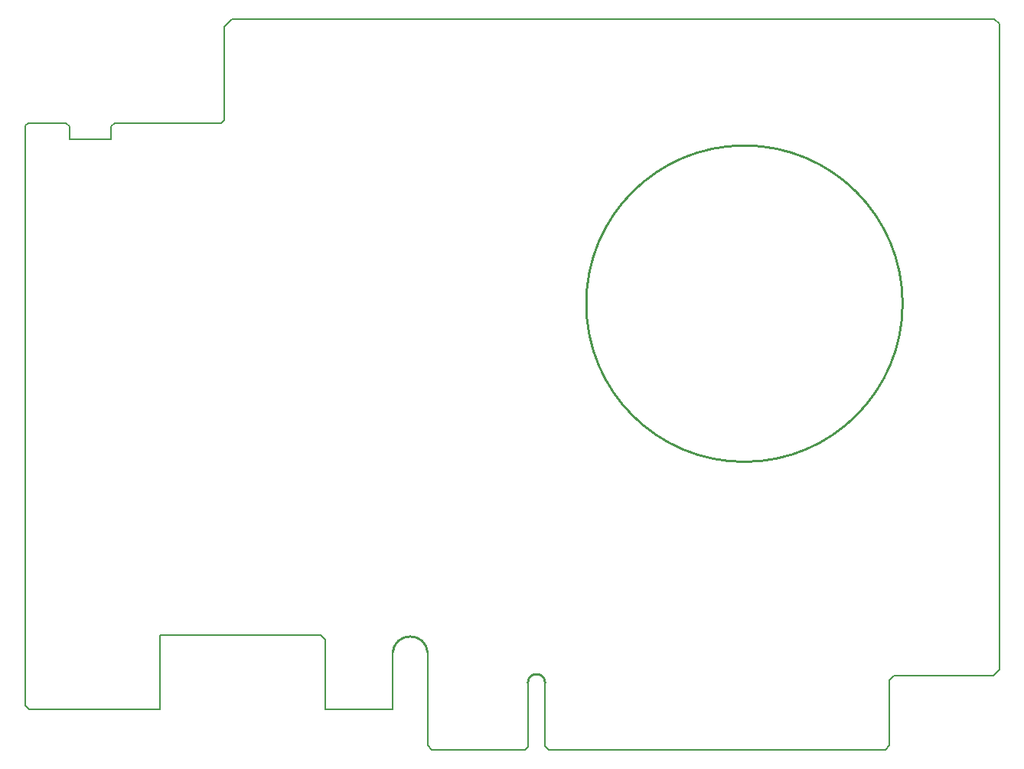
<source format=gm1>
G04*
G04 #@! TF.GenerationSoftware,Altium Limited,Altium Designer,19.1.6 (110)*
G04*
G04 Layer_Color=16711935*
%FSLAX25Y25*%
%MOIN*%
G70*
G01*
G75*
%ADD10C,0.00799*%
%ADD11C,0.01000*%
%ADD70C,0.01039*%
D10*
X360827Y165748D02*
Y190551D01*
X331299Y165748D02*
X360827D01*
X577165Y150000D02*
Y178374D01*
X579106Y180315D01*
X622287D01*
X238189Y419685D02*
X239764Y421260D01*
X286260D01*
X238189Y414173D02*
Y419685D01*
X220079Y414173D02*
X238189D01*
X287402Y422402D02*
Y463202D01*
X286260Y421260D02*
X287402Y422402D01*
Y463202D02*
X290735Y466535D01*
X622768D01*
X624929Y464374D02*
X624929Y182957D01*
X622768Y466535D02*
X624929Y464374D01*
X622287Y180315D02*
X624929Y182957D01*
X575335Y148169D02*
X577165Y150000D01*
X428842Y148169D02*
X575335D01*
X200787Y167323D02*
X202362Y165748D01*
X259449D01*
X200787Y167323D02*
Y420079D01*
X375984Y150024D02*
Y190551D01*
X259449Y165748D02*
Y198228D01*
X329331D01*
X200787Y420079D02*
X201969Y421260D01*
X218504D01*
X220079Y419685D01*
Y414173D02*
Y419685D01*
X427165Y149846D02*
X428842Y148169D01*
X427165Y149846D02*
Y177370D01*
X419685Y149520D02*
Y177362D01*
X418433Y148268D02*
X419685Y149520D01*
X377740Y148268D02*
X418433D01*
X375984Y150024D02*
X377740Y148268D01*
X331299Y165748D02*
Y196260D01*
X329331Y198228D02*
X331299Y196260D01*
D11*
X368472Y197496D02*
G03*
X360827Y190551I-350J-7295D01*
G01*
X375984D02*
G03*
X368472Y197496I-7228J-283D01*
G01*
X582890Y342508D02*
G03*
X582890Y342508I-68898J0D01*
G01*
D70*
X427165Y177362D02*
G03*
X419685Y177362I-3740J0D01*
G01*
M02*

</source>
